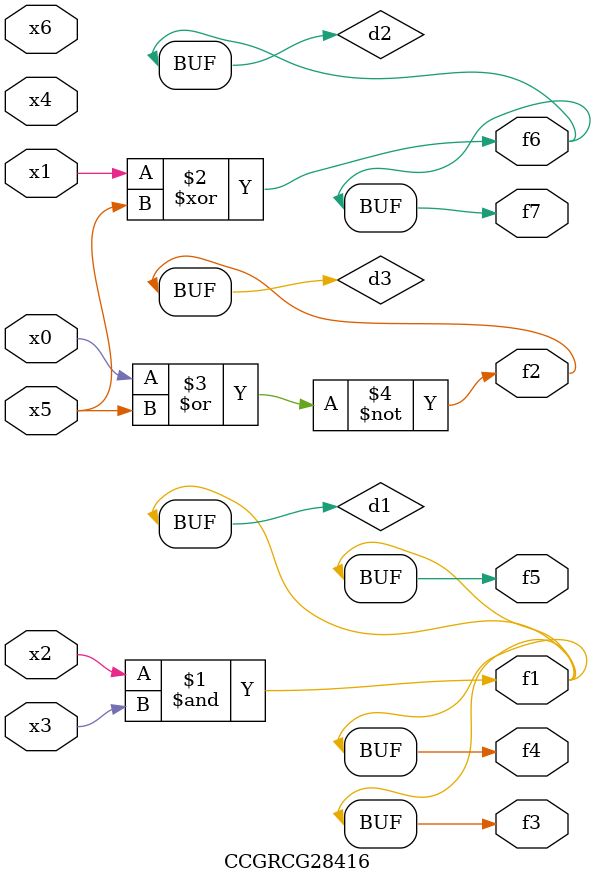
<source format=v>
module CCGRCG28416(
	input x0, x1, x2, x3, x4, x5, x6,
	output f1, f2, f3, f4, f5, f6, f7
);

	wire d1, d2, d3;

	and (d1, x2, x3);
	xor (d2, x1, x5);
	nor (d3, x0, x5);
	assign f1 = d1;
	assign f2 = d3;
	assign f3 = d1;
	assign f4 = d1;
	assign f5 = d1;
	assign f6 = d2;
	assign f7 = d2;
endmodule

</source>
